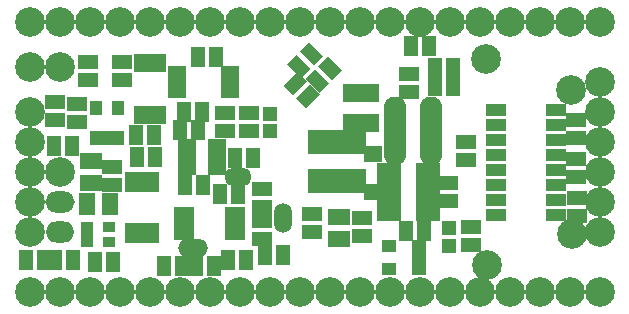
<source format=gts>
G04 (created by PCBNEW-RS274X (2011-05-25)-stable) date Mon 08 Dec 2014 09:37:15 GMT*
G01*
G70*
G90*
%MOIN*%
G04 Gerber Fmt 3.4, Leading zero omitted, Abs format*
%FSLAX34Y34*%
G04 APERTURE LIST*
%ADD10C,0.006000*%
%ADD11R,0.059400X0.047600*%
%ADD12R,0.047600X0.059400*%
%ADD13R,0.040000X0.050000*%
%ADD14R,0.050000X0.040000*%
%ADD15R,0.065000X0.040000*%
%ADD16R,0.075000X0.055000*%
%ADD17R,0.055000X0.075000*%
%ADD18R,0.045000X0.065000*%
%ADD19R,0.065000X0.045000*%
%ADD20C,0.098700*%
%ADD21O,0.094800X0.071200*%
%ADD22O,0.098300X0.071200*%
%ADD23R,0.070000X0.035000*%
%ADD24R,0.035000X0.070000*%
%ADD25R,0.030600X0.059400*%
%ADD26R,0.059400X0.030600*%
%ADD27R,0.051400X0.051400*%
%ADD28R,0.060200X0.055400*%
%ADD29O,0.075100X0.230200*%
%ADD30R,0.039700X0.035700*%
%ADD31O,0.090900X0.059400*%
%ADD32O,0.098700X0.059400*%
%ADD33O,0.059400X0.098700*%
%ADD34R,0.080000X0.100000*%
%ADD35R,0.100000X0.080000*%
G04 APERTURE END LIST*
G54D10*
G54D11*
X53256Y-35137D03*
X53256Y-35512D03*
X53256Y-35887D03*
X52256Y-35887D03*
X52256Y-35512D03*
X52256Y-35137D03*
G54D12*
X58416Y-34368D03*
X58041Y-34368D03*
X57666Y-34368D03*
X57666Y-33368D03*
X58041Y-33368D03*
X58416Y-33368D03*
G54D13*
X49192Y-34890D03*
X49942Y-34890D03*
X49192Y-33890D03*
X49567Y-34890D03*
X49942Y-33890D03*
G54D14*
X59969Y-39233D03*
X59969Y-38483D03*
X58969Y-39233D03*
X59969Y-38858D03*
X58969Y-38483D03*
G54D15*
X62543Y-33939D03*
X62543Y-34439D03*
X62543Y-34939D03*
X62543Y-35439D03*
X62543Y-35939D03*
X62543Y-36439D03*
X62543Y-36939D03*
X62543Y-37439D03*
X64543Y-37439D03*
X64543Y-36939D03*
X64543Y-36439D03*
X64543Y-35939D03*
X64543Y-35439D03*
X64543Y-34939D03*
X64543Y-34439D03*
X64543Y-33939D03*
G54D16*
X49055Y-36379D03*
X49055Y-35629D03*
G54D17*
X48916Y-37067D03*
X49666Y-37067D03*
G54D18*
X60290Y-31821D03*
X59690Y-31821D03*
X61107Y-32539D03*
X60507Y-32539D03*
G54D19*
X54303Y-34631D03*
X54303Y-34031D03*
G54D18*
X55438Y-38780D03*
X54838Y-38780D03*
G54D19*
X60925Y-36973D03*
X60925Y-36373D03*
X61693Y-38450D03*
X61693Y-37850D03*
G54D18*
X46865Y-38957D03*
X47465Y-38957D03*
G54D19*
X53500Y-34650D03*
X53500Y-34050D03*
G54D18*
X52072Y-39134D03*
X51472Y-39134D03*
G54D10*
G36*
X56664Y-33409D02*
X56204Y-33869D01*
X55886Y-33551D01*
X56346Y-33091D01*
X56664Y-33409D01*
X56664Y-33409D01*
G37*
G36*
X56240Y-32985D02*
X55780Y-33445D01*
X55462Y-33127D01*
X55922Y-32667D01*
X56240Y-32985D01*
X56240Y-32985D01*
G37*
G54D18*
X54198Y-38937D03*
X53598Y-38937D03*
X52141Y-34016D03*
X52741Y-34016D03*
X54434Y-35531D03*
X53834Y-35531D03*
G54D19*
X54744Y-37653D03*
X54744Y-38253D03*
X54745Y-36580D03*
X54745Y-37180D03*
G54D18*
X50525Y-34775D03*
X51125Y-34775D03*
G54D19*
X48937Y-32338D03*
X48937Y-32938D03*
X47854Y-34276D03*
X47854Y-33676D03*
G54D18*
X47810Y-35138D03*
X48410Y-35138D03*
G54D10*
G36*
X56040Y-32884D02*
X55580Y-32424D01*
X55898Y-32106D01*
X56358Y-32566D01*
X56040Y-32884D01*
X56040Y-32884D01*
G37*
G36*
X56464Y-32460D02*
X56004Y-32000D01*
X56322Y-31682D01*
X56782Y-32142D01*
X56464Y-32460D01*
X56464Y-32460D01*
G37*
G54D18*
X48450Y-38957D03*
X47850Y-38957D03*
G54D19*
X49744Y-35842D03*
X49744Y-36442D03*
X61547Y-35007D03*
X61547Y-35607D03*
X58071Y-38135D03*
X58071Y-37535D03*
G54D18*
X60154Y-37976D03*
X59554Y-37976D03*
X61107Y-33130D03*
X60507Y-33130D03*
G54D19*
X59646Y-32741D03*
X59646Y-33341D03*
X65236Y-36865D03*
X65236Y-37465D03*
G54D18*
X52535Y-39134D03*
X53135Y-39134D03*
G54D19*
X50079Y-32957D03*
X50079Y-32357D03*
G54D18*
X53942Y-36752D03*
X53342Y-36752D03*
G54D19*
X56398Y-38026D03*
X56398Y-37426D03*
G54D18*
X52613Y-32165D03*
X53213Y-32165D03*
X52761Y-36457D03*
X52161Y-36457D03*
X50566Y-35512D03*
X51166Y-35512D03*
G54D19*
X48583Y-33735D03*
X48583Y-34335D03*
G54D18*
X52603Y-34606D03*
X52003Y-34606D03*
X49788Y-38996D03*
X49188Y-38996D03*
G54D20*
X66000Y-38000D03*
X66000Y-37000D03*
X66000Y-36000D03*
X66000Y-35000D03*
X66000Y-34000D03*
X66000Y-33000D03*
X47000Y-38000D03*
X47000Y-37000D03*
X47000Y-36000D03*
X47000Y-35000D03*
X47000Y-34000D03*
G54D21*
X48000Y-38000D03*
G54D22*
X48000Y-37000D03*
G54D20*
X48000Y-36000D03*
X48000Y-32500D03*
X47000Y-32500D03*
G54D23*
X52125Y-37341D03*
X52125Y-37597D03*
X52125Y-37853D03*
X52125Y-38109D03*
X53825Y-38109D03*
X53825Y-37853D03*
X53825Y-37597D03*
X53825Y-37341D03*
G54D24*
X50356Y-38030D03*
X50612Y-38030D03*
X50868Y-38030D03*
X51124Y-38030D03*
X51124Y-36330D03*
X50868Y-36330D03*
X50612Y-36330D03*
X50356Y-36330D03*
G54D25*
X51400Y-32375D03*
X51200Y-32375D03*
X51000Y-32375D03*
X50800Y-32375D03*
X50600Y-32375D03*
X50600Y-34125D03*
X50800Y-34125D03*
X51000Y-34125D03*
X51200Y-34125D03*
X51400Y-34125D03*
G54D26*
X51920Y-32596D03*
X51920Y-32796D03*
X51920Y-32996D03*
X51920Y-33196D03*
X51920Y-33396D03*
X53670Y-33396D03*
X53670Y-33196D03*
X53670Y-32996D03*
X53670Y-32796D03*
X53670Y-32596D03*
G54D27*
X55020Y-34067D03*
X55020Y-34657D03*
X60984Y-37874D03*
X60984Y-38464D03*
G54D28*
X58445Y-36689D03*
X58445Y-35397D03*
G54D29*
X60364Y-34635D03*
X59182Y-34635D03*
G54D20*
X47000Y-40000D03*
X48000Y-40000D03*
X49000Y-40000D03*
X50000Y-40000D03*
X51000Y-40000D03*
X52000Y-40000D03*
X53000Y-40000D03*
X54000Y-40000D03*
X55000Y-40000D03*
X56000Y-40000D03*
X57000Y-40000D03*
X58000Y-40000D03*
X59000Y-40000D03*
X60000Y-40000D03*
X61000Y-40000D03*
X62000Y-40000D03*
X63000Y-40000D03*
X64000Y-40000D03*
X65000Y-40000D03*
X66000Y-40000D03*
X47000Y-31000D03*
X48000Y-31000D03*
X49000Y-31000D03*
X50000Y-31000D03*
X51000Y-31000D03*
X52000Y-31000D03*
X53000Y-31000D03*
X54000Y-31000D03*
X55000Y-31000D03*
X56000Y-31000D03*
X57000Y-31000D03*
X58000Y-31000D03*
X59000Y-31000D03*
X60000Y-31000D03*
X61000Y-31000D03*
X62000Y-31000D03*
X63000Y-31000D03*
X64000Y-31000D03*
X65000Y-31000D03*
X66000Y-31000D03*
G54D30*
X49646Y-38350D03*
X49646Y-37838D03*
X48898Y-37838D03*
X48898Y-38094D03*
X48898Y-38350D03*
G54D20*
X65032Y-33269D03*
X62212Y-32243D03*
X65071Y-38070D03*
X62251Y-39096D03*
G54D19*
X65197Y-35586D03*
X65197Y-36186D03*
X65217Y-34267D03*
X65217Y-34867D03*
G54D31*
X53937Y-36181D03*
G54D32*
X52441Y-38543D03*
G54D33*
X55433Y-37558D03*
G54D34*
X60276Y-36220D03*
X58976Y-36220D03*
G54D16*
X57323Y-38249D03*
X57323Y-37499D03*
G54D34*
X60280Y-37154D03*
X58980Y-37154D03*
G54D35*
X56772Y-35019D03*
X56772Y-36319D03*
G54D10*
G36*
X56654Y-33365D02*
X56194Y-32905D01*
X56512Y-32587D01*
X56972Y-33047D01*
X56654Y-33365D01*
X56654Y-33365D01*
G37*
G36*
X57078Y-32941D02*
X56618Y-32481D01*
X56936Y-32163D01*
X57396Y-32623D01*
X57078Y-32941D01*
X57078Y-32941D01*
G37*
G54D35*
X57717Y-35019D03*
X57717Y-36319D03*
M02*

</source>
